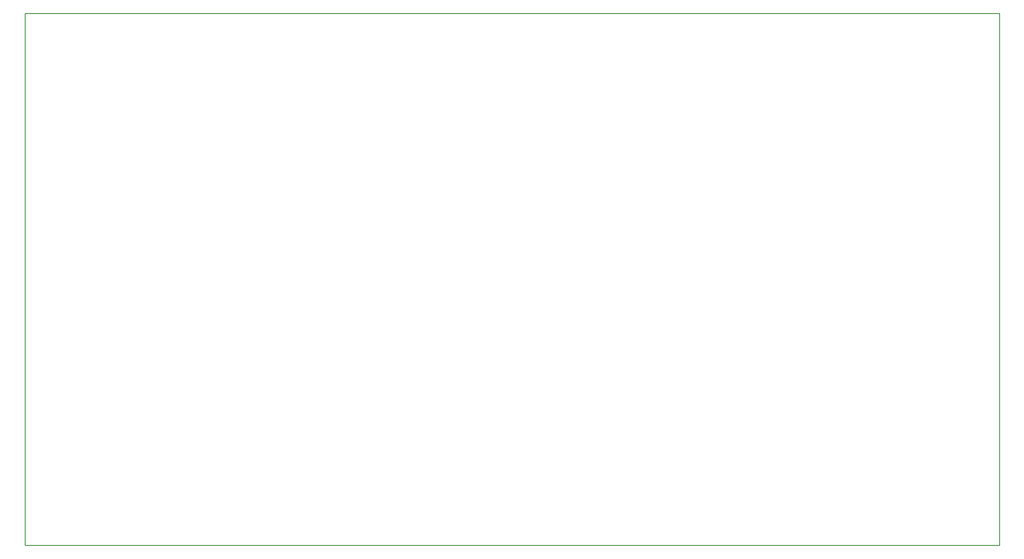
<source format=gbr>
%TF.GenerationSoftware,KiCad,Pcbnew,9.0.0*%
%TF.CreationDate,2025-04-09T17:10:58+10:00*%
%TF.ProjectId,ngmarquee.kicad_pcb_to220_usb_switch_1.1_m3,6e676d61-7271-4756-9565-2e6b69636164,rev?*%
%TF.SameCoordinates,Original*%
%TF.FileFunction,Profile,NP*%
%FSLAX46Y46*%
G04 Gerber Fmt 4.6, Leading zero omitted, Abs format (unit mm)*
G04 Created by KiCad (PCBNEW 9.0.0) date 2025-04-09 17:10:58*
%MOMM*%
%LPD*%
G01*
G04 APERTURE LIST*
%TA.AperFunction,Profile*%
%ADD10C,0.100000*%
%TD*%
G04 APERTURE END LIST*
D10*
X77770000Y-58420000D02*
X177770000Y-58420000D01*
X177770000Y-113030000D01*
X77770000Y-113030000D01*
X77770000Y-58420000D01*
M02*

</source>
